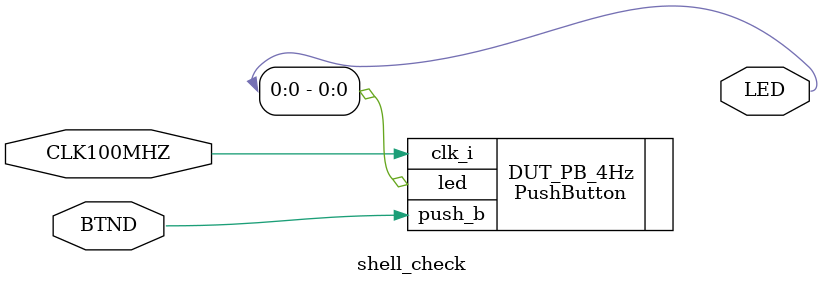
<source format=sv>
module shell_check(

/* sw_led
input  logic [2:0] SW,
  output logic [5:0] LED*/

/* clk_counter / PWM
  input   logic         CLK100MHZ,
  input   logic [15:0]  SW,
  output  logic [3:0]   LED*/


//  CLK 4Hz
  input   logic         CLK100MHZ,
  input   logic         BTND,
  //input   logic [15:0]  SW,

  output  logic [3:0]   LED

);

PushButton DUT_PB_4Hz     // modules: PushButton, Slow_Clock_4Hz, D_FF
(
  .clk_i    ( CLK100MHZ ),
  .push_b   ( BTND     ),
  
  .led      ( LED[0]    )
);


/*
PWM DUT_PWM (
  .clk ( CLK100MHZ ),
  .rst ( SW[15]    ),
  .led ( LED       )
 );*/


/*
clk_stb DUT_STB (
  .clk ( CLK100MHZ ),
  .rst ( SW[15]    ),
  .led ( LED       )
 );*/



/*
clk_counter DUT_CLK (
  .clk ( CLK100MHZ ),
  .rst ( SW[15]    ),
  .led ( LED       )
);*/


/*
sw_led DUT_SW_LED (
  .sw   ( SW  ),
  .led  ( LED )
);
*/

endmodule

</source>
